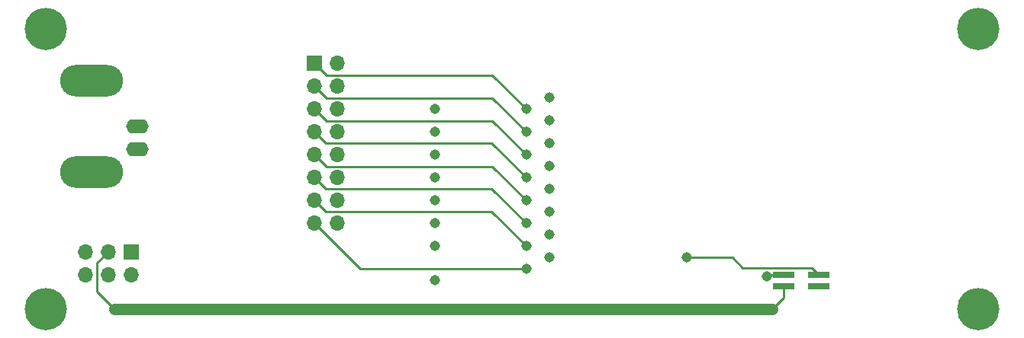
<source format=gbr>
%TF.GenerationSoftware,KiCad,Pcbnew,7.0.6-7.0.6~ubuntu22.04.1*%
%TF.CreationDate,2023-08-01T10:33:02-04:00*%
%TF.ProjectId,test-board,74657374-2d62-46f6-9172-642e6b696361,rev?*%
%TF.SameCoordinates,Original*%
%TF.FileFunction,Copper,L4,Bot*%
%TF.FilePolarity,Positive*%
%FSLAX46Y46*%
G04 Gerber Fmt 4.6, Leading zero omitted, Abs format (unit mm)*
G04 Created by KiCad (PCBNEW 7.0.6-7.0.6~ubuntu22.04.1) date 2023-08-01 10:33:02*
%MOMM*%
%LPD*%
G01*
G04 APERTURE LIST*
%TA.AperFunction,ComponentPad*%
%ADD10C,4.700000*%
%TD*%
%TA.AperFunction,ComponentPad*%
%ADD11R,1.700000X1.700000*%
%TD*%
%TA.AperFunction,ComponentPad*%
%ADD12O,1.700000X1.700000*%
%TD*%
%TA.AperFunction,SMDPad,CuDef*%
%ADD13R,2.400000X0.740000*%
%TD*%
%TA.AperFunction,ComponentPad*%
%ADD14O,2.500000X1.600000*%
%TD*%
%TA.AperFunction,ComponentPad*%
%ADD15O,7.000000X3.500000*%
%TD*%
%TA.AperFunction,ViaPad*%
%ADD16C,1.143000*%
%TD*%
%TA.AperFunction,Conductor*%
%ADD17C,0.254000*%
%TD*%
%TA.AperFunction,Conductor*%
%ADD18C,1.270000*%
%TD*%
G04 APERTURE END LIST*
D10*
%TO.P,H4,1*%
%TO.N,N/C*%
X172085000Y-53975000D03*
%TD*%
%TO.P,H3,1*%
%TO.N,N/C*%
X68580000Y-53975000D03*
%TD*%
%TO.P,H2,1*%
%TO.N,N/C*%
X172085000Y-22860000D03*
%TD*%
%TO.P,H1,1*%
%TO.N,N/C*%
X68580000Y-22860000D03*
%TD*%
D11*
%TO.P,J5,1,Pin_1*%
%TO.N,/OUT_0*%
X98425000Y-26670000D03*
D12*
%TO.P,J5,2,Pin_2*%
%TO.N,GND*%
X100965000Y-26670000D03*
%TO.P,J5,3,Pin_3*%
%TO.N,/OUT_1*%
X98425000Y-29210000D03*
%TO.P,J5,4,Pin_4*%
%TO.N,GND*%
X100965000Y-29210000D03*
%TO.P,J5,5,Pin_5*%
%TO.N,/OUT_2*%
X98425000Y-31750000D03*
%TO.P,J5,6,Pin_6*%
%TO.N,GND*%
X100965000Y-31750000D03*
%TO.P,J5,7,Pin_7*%
%TO.N,/OUT_3*%
X98425000Y-34290000D03*
%TO.P,J5,8,Pin_8*%
%TO.N,GND*%
X100965000Y-34290000D03*
%TO.P,J5,9,Pin_9*%
%TO.N,/OUT_4*%
X98425000Y-36830000D03*
%TO.P,J5,10,Pin_10*%
%TO.N,GND*%
X100965000Y-36830000D03*
%TO.P,J5,11,Pin_11*%
%TO.N,/OUT_5*%
X98425000Y-39370000D03*
%TO.P,J5,12,Pin_12*%
%TO.N,GND*%
X100965000Y-39370000D03*
%TO.P,J5,13,Pin_13*%
%TO.N,/OUT_6*%
X98425000Y-41910000D03*
%TO.P,J5,14,Pin_14*%
%TO.N,GND*%
X100965000Y-41910000D03*
%TO.P,J5,15,Pin_15*%
%TO.N,/OUT_7*%
X98425000Y-44450000D03*
%TO.P,J5,16,Pin_16*%
%TO.N,GND*%
X100965000Y-44450000D03*
%TD*%
D11*
%TO.P,J6,1,Pin_1*%
%TO.N,/+6.5V*%
X78090000Y-47620000D03*
D12*
%TO.P,J6,2,Pin_2*%
%TO.N,GND*%
X78090000Y-50160000D03*
%TO.P,J6,3,Pin_3*%
%TO.N,/+5V*%
X75550000Y-47620000D03*
%TO.P,J6,4,Pin_4*%
%TO.N,GND*%
X75550000Y-50160000D03*
%TO.P,J6,5,Pin_5*%
%TO.N,/-20V*%
X73010000Y-47620000D03*
%TO.P,J6,6,Pin_6*%
%TO.N,GND*%
X73010000Y-50160000D03*
%TD*%
D13*
%TO.P,J2,4,Pin_4*%
%TO.N,Net-(J2-Pin_4)*%
X154350000Y-50165000D03*
%TO.P,J2,3,Pin_3*%
%TO.N,GND*%
X150450000Y-50165000D03*
%TO.P,J2,2,Pin_2*%
%TO.N,unconnected-(J2-Pin_2-Pad2)*%
X154350000Y-51435000D03*
%TO.P,J2,1,Pin_1*%
%TO.N,/+5V*%
X150450000Y-51435000D03*
%TD*%
D14*
%TO.P,J4,1,In*%
%TO.N,Net-(J4-In)*%
X78740000Y-33655000D03*
D15*
%TO.P,J4,2,Ext*%
%TO.N,GND*%
X73660000Y-38735000D03*
D14*
X78740000Y-36195000D03*
D15*
X73660000Y-28575000D03*
%TD*%
D16*
%TO.N,Net-(J2-Pin_4)*%
X139700000Y-48260000D03*
%TO.N,GND*%
X148590000Y-50366500D03*
%TO.N,/+6.5V*%
X111760000Y-50800000D03*
X111760000Y-46990000D03*
X111760000Y-44450000D03*
X111760000Y-41910000D03*
X111760000Y-39370000D03*
X111760000Y-36830000D03*
X111760000Y-34290000D03*
X111760000Y-31750000D03*
%TO.N,/-20V*%
X124460000Y-48260000D03*
X124460000Y-45720000D03*
X124460000Y-43180000D03*
X124460000Y-40640000D03*
X124460000Y-38100000D03*
X124460000Y-35560000D03*
X124460000Y-33020000D03*
X124460000Y-30480000D03*
%TO.N,/OUT_7*%
X121920000Y-49530000D03*
%TO.N,/OUT_6*%
X121920000Y-46990000D03*
%TO.N,/OUT_5*%
X121920000Y-44450000D03*
%TO.N,/OUT_4*%
X121920000Y-41910000D03*
%TO.N,/OUT_3*%
X121920000Y-39370000D03*
%TO.N,/OUT_2*%
X121920000Y-36830000D03*
%TO.N,/OUT_1*%
X121920000Y-34290000D03*
%TO.N,/OUT_0*%
X121920000Y-31750000D03*
%TD*%
D17*
%TO.N,GND*%
X150450000Y-50165000D02*
X148791500Y-50165000D01*
%TO.N,Net-(J2-Pin_4)*%
X153599000Y-49414000D02*
X145934000Y-49414000D01*
%TO.N,GND*%
X148791500Y-50165000D02*
X148590000Y-50366500D01*
%TO.N,Net-(J2-Pin_4)*%
X144780000Y-48260000D02*
X139700000Y-48260000D01*
X154350000Y-50165000D02*
X153599000Y-49414000D01*
X145934000Y-49414000D02*
X144780000Y-48260000D01*
%TO.N,/+5V*%
X75550000Y-47620000D02*
X74295000Y-48875000D01*
X74295000Y-48875000D02*
X74295000Y-52070000D01*
X74295000Y-52070000D02*
X76200000Y-53975000D01*
D18*
X147955000Y-53975000D02*
X76200000Y-53975000D01*
X149225000Y-53975000D02*
X147955000Y-53975000D01*
D17*
X150450000Y-51435000D02*
X150450000Y-52750000D01*
X150450000Y-52750000D02*
X149225000Y-53975000D01*
%TO.N,/OUT_7*%
X98425000Y-44450000D02*
X103505000Y-49530000D01*
X103505000Y-49530000D02*
X121920000Y-49530000D01*
%TO.N,/OUT_6*%
X98425000Y-41910000D02*
X99656000Y-43141000D01*
X99656000Y-43141000D02*
X118071000Y-43141000D01*
X118071000Y-43141000D02*
X121920000Y-46990000D01*
%TO.N,/OUT_5*%
X98425000Y-39370000D02*
X99656000Y-40601000D01*
X99656000Y-40601000D02*
X118071000Y-40601000D01*
X118071000Y-40601000D02*
X121920000Y-44450000D01*
%TO.N,/OUT_4*%
X98425000Y-36830000D02*
X99734000Y-38139000D01*
X99734000Y-38139000D02*
X118149000Y-38139000D01*
X118149000Y-38139000D02*
X121920000Y-41910000D01*
%TO.N,/OUT_3*%
X98425000Y-34290000D02*
X99656000Y-35521000D01*
X99656000Y-35521000D02*
X118071000Y-35521000D01*
X118071000Y-35521000D02*
X121920000Y-39370000D01*
%TO.N,/OUT_2*%
X98425000Y-31750000D02*
X99734000Y-33059000D01*
X99734000Y-33059000D02*
X118149000Y-33059000D01*
X118149000Y-33059000D02*
X121920000Y-36830000D01*
%TO.N,/OUT_1*%
X98425000Y-29210000D02*
X99734000Y-30519000D01*
X118149000Y-30519000D02*
X121920000Y-34290000D01*
X99734000Y-30519000D02*
X118149000Y-30519000D01*
%TO.N,/OUT_0*%
X98425000Y-26670000D02*
X99734000Y-27979000D01*
X99734000Y-27979000D02*
X118149000Y-27979000D01*
X118149000Y-27979000D02*
X121920000Y-31750000D01*
%TD*%
M02*

</source>
